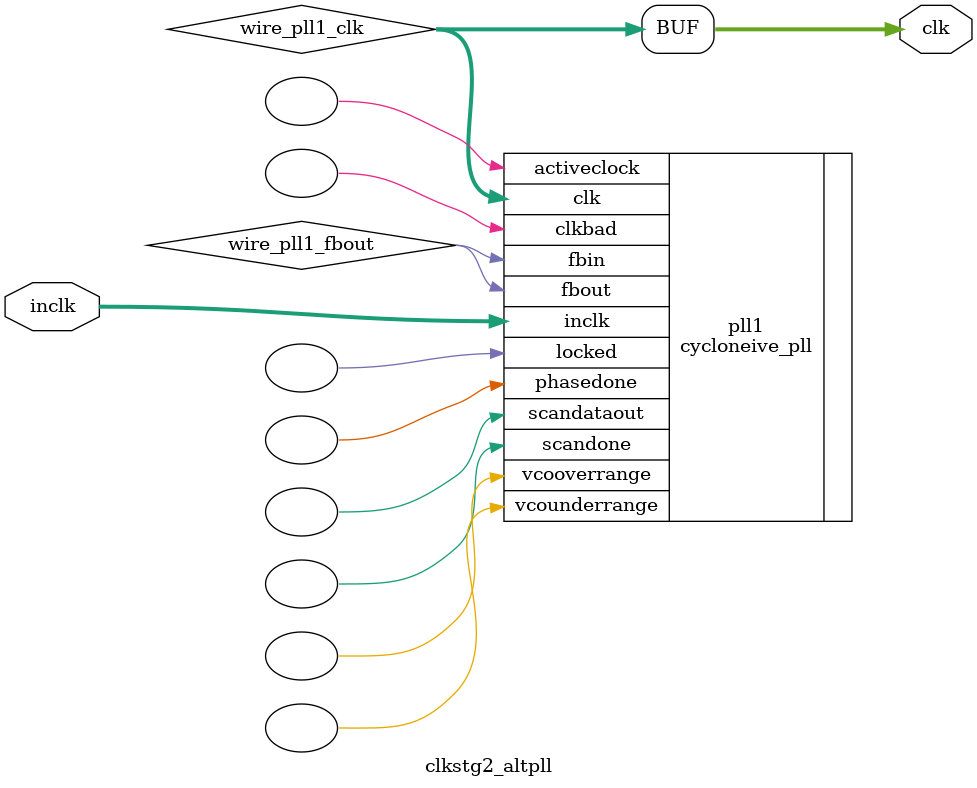
<source format=v>






//synthesis_resources = cycloneive_pll 1 
//synopsys translate_off
`timescale 1 ps / 1 ps
//synopsys translate_on
module  clkstg2_altpll
	( 
	clk,
	inclk) /* synthesis synthesis_clearbox=1 */;
	output   [4:0]  clk;
	input   [1:0]  inclk;
`ifndef ALTERA_RESERVED_QIS
// synopsys translate_off
`endif
	tri0   [1:0]  inclk;
`ifndef ALTERA_RESERVED_QIS
// synopsys translate_on
`endif

	wire  [4:0]   wire_pll1_clk;
	wire  wire_pll1_fbout;

	cycloneive_pll   pll1
	( 
	.activeclock(),
	.clk(wire_pll1_clk),
	.clkbad(),
	.fbin(wire_pll1_fbout),
	.fbout(wire_pll1_fbout),
	.inclk(inclk),
	.locked(),
	.phasedone(),
	.scandataout(),
	.scandone(),
	.vcooverrange(),
	.vcounderrange()
	`ifndef FORMAL_VERIFICATION
	// synopsys translate_off
	`endif
	,
	.areset(1'b0),
	.clkswitch(1'b0),
	.configupdate(1'b0),
	.pfdena(1'b1),
	.phasecounterselect({3{1'b0}}),
	.phasestep(1'b0),
	.phaseupdown(1'b0),
	.scanclk(1'b0),
	.scanclkena(1'b1),
	.scandata(1'b0)
	`ifndef FORMAL_VERIFICATION
	// synopsys translate_on
	`endif
	);
	defparam
		pll1.bandwidth_type = "auto",
		pll1.clk0_divide_by = 2625,
		pll1.clk0_duty_cycle = 50,
		pll1.clk0_multiply_by = 104,
		pll1.clk0_phase_shift = "0",
		pll1.inclk0_input_frequency = 3174,
		pll1.operation_mode = "no_compensation",
		pll1.pll_type = "auto",
		pll1.lpm_type = "cycloneive_pll";
	assign
		clk = {wire_pll1_clk[4:0]};
endmodule //clkstg2_altpll
//VALID FILE

</source>
